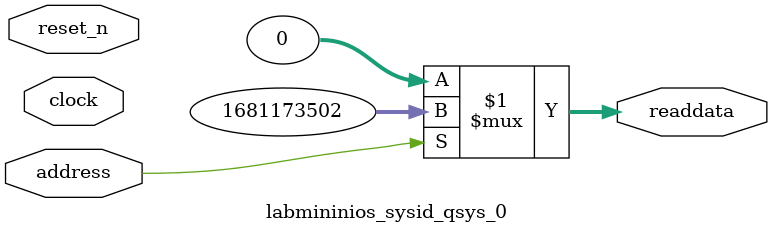
<source format=v>



// synthesis translate_off
`timescale 1ns / 1ps
// synthesis translate_on

// turn off superfluous verilog processor warnings 
// altera message_level Level1 
// altera message_off 10034 10035 10036 10037 10230 10240 10030 

module labmininios_sysid_qsys_0 (
               // inputs:
                address,
                clock,
                reset_n,

               // outputs:
                readdata
             )
;

  output  [ 31: 0] readdata;
  input            address;
  input            clock;
  input            reset_n;

  wire    [ 31: 0] readdata;
  //control_slave, which is an e_avalon_slave
  assign readdata = address ? 1681173502 : 0;

endmodule



</source>
